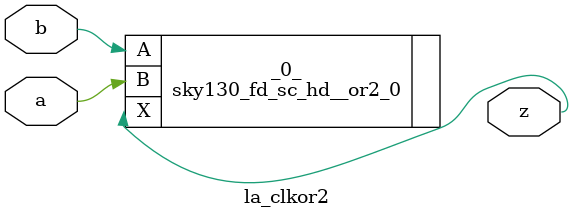
<source format=v>
/* Generated by Yosys 0.37 (git sha1 a5c7f69ed, clang 14.0.0-1ubuntu1.1 -fPIC -Os) */

module la_clkor2(a, b, z);
  input a;
  wire a;
  input b;
  wire b;
  output z;
  wire z;
  sky130_fd_sc_hd__or2_0 _0_ (
    .A(b),
    .B(a),
    .X(z)
  );
endmodule

</source>
